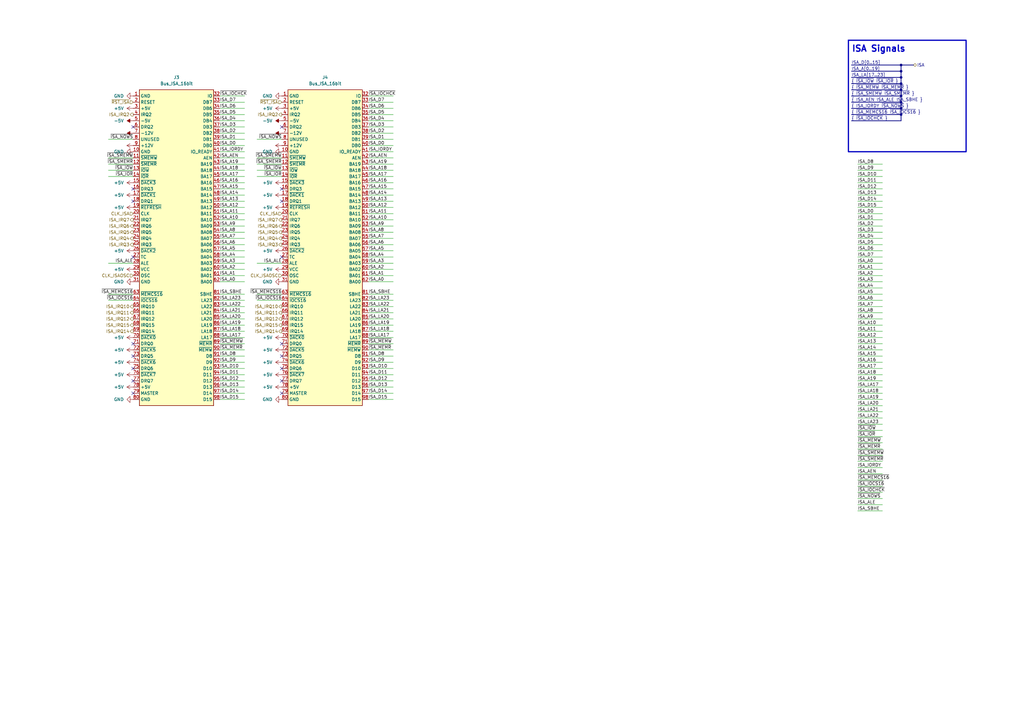
<source format=kicad_sch>
(kicad_sch (version 20230121) (generator eeschema)
  (paper "A3")
  (lib_symbols
    (symbol "Connector:Bus_ISA_16bit"
      (property "Reference" "J" (at 0 67.945 0))
      (property "Value" "Bus_ISA_16bit" (at 0 -65.405 0))
      (symbol "Bus_ISA_16bit_0_1"
        (rectangle (start -15.24 -63.5) (end 15.24 66.04) (stroke (width 0.254)) (fill (type background)))
      )
      (symbol "Bus_ISA_16bit_1_1"
        (pin power_in line (at -17.78 63.5 0) (length 2.54) (name "GND") (number "1"))
        (pin power_in line (at -17.78 40.64 0) (length 2.54) (name "GND") (number "10"))
        (pin output line (at -17.78 38.1 0) (length 2.54) (name "~{SMEMW}") (number "11"))
        (pin output line (at -17.78 35.56 0) (length 2.54) (name "~{SMEMR}") (number "12"))
        (pin output line (at -17.78 33.02 0) (length 2.54) (name "~{IOW}") (number "13"))
        (pin output line (at -17.78 30.48 0) (length 2.54) (name "~{IOR}") (number "14"))
        (pin passive line (at -17.78 27.94 0) (length 2.54) (name "~{DACK3}") (number "15"))
        (pin passive line (at -17.78 25.4 0) (length 2.54) (name "DRQ3") (number "16"))
        (pin passive line (at -17.78 22.86 0) (length 2.54) (name "~{DACK1}") (number "17"))
        (pin passive line (at -17.78 20.32 0) (length 2.54) (name "DRQ1") (number "18"))
        (pin passive line (at -17.78 17.78 0) (length 2.54) (name "~{REFRESH}") (number "19"))
        (pin output line (at -17.78 60.96 0) (length 2.54) (name "RESET") (number "2"))
        (pin output line (at -17.78 15.24 0) (length 2.54) (name "CLK") (number "20"))
        (pin passive line (at -17.78 12.7 0) (length 2.54) (name "IRQ7") (number "21"))
        (pin passive line (at -17.78 10.16 0) (length 2.54) (name "IRQ6") (number "22"))
        (pin passive line (at -17.78 7.62 0) (length 2.54) (name "IRQ5") (number "23"))
        (pin passive line (at -17.78 5.08 0) (length 2.54) (name "IRQ4") (number "24"))
        (pin passive line (at -17.78 2.54 0) (length 2.54) (name "IRQ3") (number "25"))
        (pin passive line (at -17.78 0 0) (length 2.54) (name "~{DACK2}") (number "26"))
        (pin passive line (at -17.78 -2.54 0) (length 2.54) (name "TC") (number "27"))
        (pin output line (at -17.78 -5.08 0) (length 2.54) (name "ALE") (number "28"))
        (pin power_in line (at -17.78 -7.62 0) (length 2.54) (name "VCC") (number "29"))
        (pin power_in line (at -17.78 58.42 0) (length 2.54) (name "+5V") (number "3"))
        (pin output line (at -17.78 -10.16 0) (length 2.54) (name "OSC") (number "30"))
        (pin power_in line (at -17.78 -12.7 0) (length 2.54) (name "GND") (number "31"))
        (pin passive line (at 17.78 63.5 180) (length 2.54) (name "IO") (number "32"))
        (pin tri_state line (at 17.78 60.96 180) (length 2.54) (name "DB7") (number "33"))
        (pin tri_state line (at 17.78 58.42 180) (length 2.54) (name "DB6") (number "34"))
        (pin tri_state line (at 17.78 55.88 180) (length 2.54) (name "DB5") (number "35"))
        (pin tri_state line (at 17.78 53.34 180) (length 2.54) (name "DB4") (number "36"))
        (pin tri_state line (at 17.78 50.8 180) (length 2.54) (name "DB3") (number "37"))
        (pin tri_state line (at 17.78 48.26 180) (length 2.54) (name "DB2") (number "38"))
        (pin tri_state line (at 17.78 45.72 180) (length 2.54) (name "DB1") (number "39"))
        (pin passive line (at -17.78 55.88 0) (length 2.54) (name "IRQ2") (number "4"))
        (pin tri_state line (at 17.78 43.18 180) (length 2.54) (name "DB0") (number "40"))
        (pin passive line (at 17.78 40.64 180) (length 2.54) (name "IO_READY") (number "41"))
        (pin output line (at 17.78 38.1 180) (length 2.54) (name "AEN") (number "42"))
        (pin tri_state line (at 17.78 35.56 180) (length 2.54) (name "BA19") (number "43"))
        (pin tri_state line (at 17.78 33.02 180) (length 2.54) (name "BA18") (number "44"))
        (pin tri_state line (at 17.78 30.48 180) (length 2.54) (name "BA17") (number "45"))
        (pin tri_state line (at 17.78 27.94 180) (length 2.54) (name "BA16") (number "46"))
        (pin tri_state line (at 17.78 25.4 180) (length 2.54) (name "BA15") (number "47"))
        (pin tri_state line (at 17.78 22.86 180) (length 2.54) (name "BA14") (number "48"))
        (pin tri_state line (at 17.78 20.32 180) (length 2.54) (name "BA13") (number "49"))
        (pin power_in line (at -17.78 53.34 0) (length 2.54) (name "-5V") (number "5"))
        (pin tri_state line (at 17.78 17.78 180) (length 2.54) (name "BA12") (number "50"))
        (pin tri_state line (at 17.78 15.24 180) (length 2.54) (name "BA11") (number "51"))
        (pin tri_state line (at 17.78 12.7 180) (length 2.54) (name "BA10") (number "52"))
        (pin tri_state line (at 17.78 10.16 180) (length 2.54) (name "BA09") (number "53"))
        (pin tri_state line (at 17.78 7.62 180) (length 2.54) (name "BA08") (number "54"))
        (pin tri_state line (at 17.78 5.08 180) (length 2.54) (name "BA07") (number "55"))
        (pin tri_state line (at 17.78 2.54 180) (length 2.54) (name "BA06") (number "56"))
        (pin tri_state line (at 17.78 0 180) (length 2.54) (name "BA05") (number "57"))
        (pin tri_state line (at 17.78 -2.54 180) (length 2.54) (name "BA04") (number "58"))
        (pin tri_state line (at 17.78 -5.08 180) (length 2.54) (name "BA03") (number "59"))
        (pin passive line (at -17.78 50.8 0) (length 2.54) (name "DRQ2") (number "6"))
        (pin tri_state line (at 17.78 -7.62 180) (length 2.54) (name "BA02") (number "60"))
        (pin tri_state line (at 17.78 -10.16 180) (length 2.54) (name "BA01") (number "61"))
        (pin tri_state line (at 17.78 -12.7 180) (length 2.54) (name "BA00") (number "62"))
        (pin passive line (at -17.78 -17.78 0) (length 2.54) (name "~{MEMCS16}") (number "63"))
        (pin passive line (at -17.78 -20.32 0) (length 2.54) (name "~{IOCS16}") (number "64"))
        (pin passive line (at -17.78 -22.86 0) (length 2.54) (name "IRQ10") (number "65"))
        (pin passive line (at -17.78 -25.4 0) (length 2.54) (name "IRQ11") (number "66"))
        (pin passive line (at -17.78 -27.94 0) (length 2.54) (name "IRQ12") (number "67"))
        (pin passive line (at -17.78 -30.48 0) (length 2.54) (name "IRQ15") (number "68"))
        (pin passive line (at -17.78 -33.02 0) (length 2.54) (name "IRQ14") (number "69"))
        (pin power_in line (at -17.78 48.26 0) (length 2.54) (name "-12V") (number "7"))
        (pin output line (at -17.78 -35.56 0) (length 2.54) (name "~{DACK0}") (number "70"))
        (pin passive line (at -17.78 -38.1 0) (length 2.54) (name "DRQ0") (number "71"))
        (pin output line (at -17.78 -40.64 0) (length 2.54) (name "~{DACK5}") (number "72"))
        (pin passive line (at -17.78 -43.18 0) (length 2.54) (name "DRQ5") (number "73"))
        (pin output line (at -17.78 -45.72 0) (length 2.54) (name "~{DACK6}") (number "74"))
        (pin passive line (at -17.78 -48.26 0) (length 2.54) (name "DRQ6") (number "75"))
        (pin output line (at -17.78 -50.8 0) (length 2.54) (name "~{DACK7}") (number "76"))
        (pin passive line (at -17.78 -53.34 0) (length 2.54) (name "DRQ7") (number "77"))
        (pin power_in line (at -17.78 -55.88 0) (length 2.54) (name "+5V") (number "78"))
        (pin passive line (at -17.78 -58.42 0) (length 2.54) (name "MASTER") (number "79"))
        (pin passive line (at -17.78 45.72 0) (length 2.54) (name "UNUSED") (number "8"))
        (pin power_in line (at -17.78 -60.96 0) (length 2.54) (name "GND") (number "80"))
        (pin passive line (at 17.78 -17.78 180) (length 2.54) (name "SBHE") (number "81"))
        (pin passive line (at 17.78 -20.32 180) (length 2.54) (name "LA23") (number "82"))
        (pin passive line (at 17.78 -22.86 180) (length 2.54) (name "LA22") (number "83"))
        (pin passive line (at 17.78 -25.4 180) (length 2.54) (name "LA21") (number "84"))
        (pin passive line (at 17.78 -27.94 180) (length 2.54) (name "LA20") (number "85"))
        (pin passive line (at 17.78 -30.48 180) (length 2.54) (name "LA19") (number "86"))
        (pin passive line (at 17.78 -33.02 180) (length 2.54) (name "LA18") (number "87"))
        (pin passive line (at 17.78 -35.56 180) (length 2.54) (name "LA17") (number "88"))
        (pin output line (at 17.78 -38.1 180) (length 2.54) (name "~{MEMR}") (number "89"))
        (pin power_in line (at -17.78 43.18 0) (length 2.54) (name "+12V") (number "9"))
        (pin output line (at 17.78 -40.64 180) (length 2.54) (name "~{MEMW}") (number "90"))
        (pin tri_state line (at 17.78 -43.18 180) (length 2.54) (name "D8") (number "91"))
        (pin tri_state line (at 17.78 -45.72 180) (length 2.54) (name "D9") (number "92"))
        (pin tri_state line (at 17.78 -48.26 180) (length 2.54) (name "D10") (number "93"))
        (pin tri_state line (at 17.78 -50.8 180) (length 2.54) (name "D11") (number "94"))
        (pin tri_state line (at 17.78 -53.34 180) (length 2.54) (name "D12") (number "95"))
        (pin tri_state line (at 17.78 -55.88 180) (length 2.54) (name "D13") (number "96"))
        (pin tri_state line (at 17.78 -58.42 180) (length 2.54) (name "D14") (number "97"))
        (pin tri_state line (at 17.78 -60.96 180) (length 2.54) (name "D15") (number "98"))
      )
    )
    (symbol "power:+12V" (power) (pin_names (offset 0))
      (property "Value" "+12V" (at 0 3.556 0))
      (symbol "+12V_0_1"
        (polyline (pts (xy -0.762 1.27) (xy 0 2.54)))
        (polyline (pts (xy 0 0) (xy 0 2.54)))
        (polyline (pts (xy 0 2.54) (xy 0.762 1.27)))
      )
      (symbol "+12V_1_1"
        (pin power_in line (at 0 0 90) (length 0) hide (name "+12V") (number "1"))
      )
    )
    (symbol "power:+5V" (power) (pin_names (offset 0))
      (property "Value" "+5V" (at 0 3.556 0))
      (symbol "+5V_0_1"
        (polyline (pts (xy -0.762 1.27) (xy 0 2.54)))
        (polyline (pts (xy 0 0) (xy 0 2.54)))
        (polyline (pts (xy 0 2.54) (xy 0.762 1.27)))
      )
      (symbol "+5V_1_1"
        (pin power_in line (at 0 0 90) (length 0) hide (name "+5V") (number "1"))
      )
    )
    (symbol "power:-12V" (power) (pin_names (offset 0))
      (property "Value" "-12V" (at 0 3.81 0))
      (symbol "-12V_0_0"
        (pin power_in line (at 0 0 90) (length 0) hide (name "-12V") (number "1"))
      )
      (symbol "-12V_0_1"
        (polyline (pts (xy 0 0) (xy 0 1.27) (xy 0.762 1.27) (xy 0 2.54) (xy -0.762 1.27) (xy 0 1.27)) (fill (type outline)))
      )
    )
    (symbol "power:-5V" (power) (pin_names (offset 0))
      (property "Value" "-5V" (at 0 3.81 0))
      (symbol "-5V_0_0"
        (pin power_in line (at 0 0 90) (length 0) hide (name "-5V") (number "1"))
      )
      (symbol "-5V_0_1"
        (polyline (pts (xy 0 0) (xy 0 1.27) (xy 0.762 1.27) (xy 0 2.54) (xy -0.762 1.27) (xy 0 1.27)) (fill (type outline)))
      )
    )
    (symbol "power:GND" (power) (pin_names (offset 0))
      (property "Value" "GND" (at 0 -3.81 0))
      (symbol "GND_0_1"
        (polyline (pts (xy 0 0) (xy 0 -1.27) (xy 1.27 -1.27) (xy 0 -2.54) (xy -1.27 -1.27) (xy 0 -1.27)))
      )
      (symbol "GND_1_1"
        (pin power_in line (at 0 0 270) (length 0) hide (name "GND") (number "1"))
      )
    )
  )
  (junction (at 369.57 41.91))
  (junction (at 369.57 31.75))
  (junction (at 369.57 44.45))
  (junction (at 369.57 29.21))
  (junction (at 369.57 36.83))
  (junction (at 369.57 46.99))
  (junction (at 369.57 34.29))
  (junction (at 369.57 39.37))
  (junction (at 369.57 26.67))
  (no_connect (at 54.61 146.05))
  (no_connect (at 115.57 151.13))
  (no_connect (at 115.57 161.29))
  (no_connect (at 115.57 105.41))
  (no_connect (at 115.57 156.21))
  (no_connect (at 54.61 52.07))
  (no_connect (at 54.61 161.29))
  (no_connect (at 54.61 140.97))
  (no_connect (at 115.57 77.47))
  (no_connect (at 115.57 140.97))
  (no_connect (at 54.61 82.55))
  (no_connect (at 54.61 105.41))
  (no_connect (at 115.57 82.55))
  (no_connect (at 54.61 151.13))
  (no_connect (at 115.57 52.07))
  (no_connect (at 54.61 77.47))
  (no_connect (at 115.57 146.05))
  (no_connect (at 54.61 156.21))
  (wire (pts (xy 100.33 59.69) (xy 90.17 59.69)))
  (bus (pts (xy 369.57 26.67) (xy 374.65 26.67)))
  (wire (pts (xy 361.95 156.21) (xy 351.79 156.21)))
  (wire (pts (xy 161.29 74.93) (xy 151.13 74.93)))
  (wire (pts (xy 361.95 120.65) (xy 351.79 120.65)))
  (wire (pts (xy 361.95 135.89) (xy 351.79 135.89)))
  (wire (pts (xy 161.29 151.13) (xy 151.13 151.13)))
  (wire (pts (xy 361.95 201.93) (xy 351.79 201.93)))
  (wire (pts (xy 361.95 143.51) (xy 351.79 143.51)))
  (wire (pts (xy 105.41 67.31) (xy 115.57 67.31)))
  (wire (pts (xy 361.95 148.59) (xy 351.79 148.59)))
  (bus (pts (xy 349.25 39.37) (xy 369.57 39.37)))
  (wire (pts (xy 100.33 113.03) (xy 90.17 113.03)))
  (wire (pts (xy 44.45 67.31) (xy 54.61 67.31)))
  (wire (pts (xy 361.95 100.33) (xy 351.79 100.33)))
  (wire (pts (xy 100.33 46.99) (xy 90.17 46.99)))
  (wire (pts (xy 100.33 67.31) (xy 90.17 67.31)))
  (wire (pts (xy 44.45 57.15) (xy 54.61 57.15)))
  (wire (pts (xy 361.95 153.67) (xy 351.79 153.67)))
  (wire (pts (xy 161.29 80.01) (xy 151.13 80.01)))
  (bus (pts (xy 369.57 39.37) (xy 369.57 36.83)))
  (wire (pts (xy 105.41 123.19) (xy 115.57 123.19)))
  (wire (pts (xy 161.29 62.23) (xy 151.13 62.23)))
  (wire (pts (xy 161.29 140.97) (xy 151.13 140.97)))
  (wire (pts (xy 361.95 123.19) (xy 351.79 123.19)))
  (wire (pts (xy 161.29 67.31) (xy 151.13 67.31)))
  (wire (pts (xy 361.95 168.91) (xy 351.79 168.91)))
  (wire (pts (xy 100.33 143.51) (xy 90.17 143.51)))
  (wire (pts (xy 361.95 184.15) (xy 351.79 184.15)))
  (wire (pts (xy 161.29 161.29) (xy 151.13 161.29)))
  (wire (pts (xy 105.41 107.95) (xy 115.57 107.95)))
  (wire (pts (xy 361.95 67.31) (xy 351.79 67.31)))
  (wire (pts (xy 100.33 54.61) (xy 90.17 54.61)))
  (wire (pts (xy 100.33 125.73) (xy 90.17 125.73)))
  (wire (pts (xy 361.95 181.61) (xy 351.79 181.61)))
  (wire (pts (xy 161.29 135.89) (xy 151.13 135.89)))
  (wire (pts (xy 161.29 146.05) (xy 151.13 146.05)))
  (wire (pts (xy 161.29 105.41) (xy 151.13 105.41)))
  (wire (pts (xy 161.29 143.51) (xy 151.13 143.51)))
  (wire (pts (xy 100.33 92.71) (xy 90.17 92.71)))
  (wire (pts (xy 44.45 64.77) (xy 54.61 64.77)))
  (wire (pts (xy 361.95 204.47) (xy 351.79 204.47)))
  (wire (pts (xy 100.33 161.29) (xy 90.17 161.29)))
  (wire (pts (xy 161.29 95.25) (xy 151.13 95.25)))
  (bus (pts (xy 349.25 46.99) (xy 369.57 46.99)))
  (wire (pts (xy 361.95 107.95) (xy 351.79 107.95)))
  (wire (pts (xy 100.33 133.35) (xy 90.17 133.35)))
  (wire (pts (xy 161.29 153.67) (xy 151.13 153.67)))
  (wire (pts (xy 361.95 186.69) (xy 351.79 186.69)))
  (wire (pts (xy 100.33 74.93) (xy 90.17 74.93)))
  (wire (pts (xy 161.29 72.39) (xy 151.13 72.39)))
  (wire (pts (xy 161.29 163.83) (xy 151.13 163.83)))
  (wire (pts (xy 100.33 69.85) (xy 90.17 69.85)))
  (wire (pts (xy 161.29 130.81) (xy 151.13 130.81)))
  (wire (pts (xy 44.45 69.85) (xy 54.61 69.85)))
  (wire (pts (xy 100.33 146.05) (xy 90.17 146.05)))
  (wire (pts (xy 100.33 115.57) (xy 90.17 115.57)))
  (wire (pts (xy 100.33 57.15) (xy 90.17 57.15)))
  (wire (pts (xy 361.95 163.83) (xy 351.79 163.83)))
  (wire (pts (xy 361.95 69.85) (xy 351.79 69.85)))
  (bus (pts (xy 369.57 46.99) (xy 369.57 44.45)))
  (wire (pts (xy 161.29 57.15) (xy 151.13 57.15)))
  (wire (pts (xy 161.29 77.47) (xy 151.13 77.47)))
  (wire (pts (xy 361.95 158.75) (xy 351.79 158.75)))
  (wire (pts (xy 100.33 39.37) (xy 90.17 39.37)))
  (wire (pts (xy 105.41 72.39) (xy 115.57 72.39)))
  (wire (pts (xy 361.95 113.03) (xy 351.79 113.03)))
  (wire (pts (xy 361.95 189.23) (xy 351.79 189.23)))
  (wire (pts (xy 361.95 72.39) (xy 351.79 72.39)))
  (wire (pts (xy 105.41 69.85) (xy 115.57 69.85)))
  (wire (pts (xy 361.95 105.41) (xy 351.79 105.41)))
  (wire (pts (xy 105.41 120.65) (xy 115.57 120.65)))
  (wire (pts (xy 100.33 90.17) (xy 90.17 90.17)))
  (wire (pts (xy 100.33 105.41) (xy 90.17 105.41)))
  (wire (pts (xy 161.29 49.53) (xy 151.13 49.53)))
  (wire (pts (xy 161.29 54.61) (xy 151.13 54.61)))
  (wire (pts (xy 100.33 110.49) (xy 90.17 110.49)))
  (wire (pts (xy 361.95 176.53) (xy 351.79 176.53)))
  (wire (pts (xy 100.33 158.75) (xy 90.17 158.75)))
  (wire (pts (xy 100.33 128.27) (xy 90.17 128.27)))
  (wire (pts (xy 161.29 82.55) (xy 151.13 82.55)))
  (wire (pts (xy 161.29 158.75) (xy 151.13 158.75)))
  (wire (pts (xy 161.29 148.59) (xy 151.13 148.59)))
  (wire (pts (xy 100.33 123.19) (xy 90.17 123.19)))
  (bus (pts (xy 349.25 31.75) (xy 369.57 31.75)))
  (wire (pts (xy 105.41 64.77) (xy 115.57 64.77)))
  (wire (pts (xy 161.29 69.85) (xy 151.13 69.85)))
  (wire (pts (xy 361.95 161.29) (xy 351.79 161.29)))
  (wire (pts (xy 100.33 130.81) (xy 90.17 130.81)))
  (wire (pts (xy 361.95 130.81) (xy 351.79 130.81)))
  (wire (pts (xy 361.95 82.55) (xy 351.79 82.55)))
  (wire (pts (xy 361.95 90.17) (xy 351.79 90.17)))
  (bus (pts (xy 349.25 49.53) (xy 369.57 49.53)))
  (bus (pts (xy 369.57 34.29) (xy 369.57 31.75)))
  (bus (pts (xy 369.57 41.91) (xy 369.57 39.37)))
  (bus (pts (xy 349.25 29.21) (xy 369.57 29.21)))
  (wire (pts (xy 100.33 120.65) (xy 90.17 120.65)))
  (wire (pts (xy 361.95 97.79) (xy 351.79 97.79)))
  (wire (pts (xy 100.33 44.45) (xy 90.17 44.45)))
  (wire (pts (xy 161.29 39.37) (xy 151.13 39.37)))
  (wire (pts (xy 361.95 173.99) (xy 351.79 173.99)))
  (wire (pts (xy 361.95 95.25) (xy 351.79 95.25)))
  (bus (pts (xy 369.57 49.53) (xy 369.57 46.99)))
  (wire (pts (xy 361.95 133.35) (xy 351.79 133.35)))
  (wire (pts (xy 161.29 44.45) (xy 151.13 44.45)))
  (wire (pts (xy 361.95 74.93) (xy 351.79 74.93)))
  (bus (pts (xy 349.25 41.91) (xy 369.57 41.91)))
  (bus (pts (xy 369.57 29.21) (xy 369.57 26.67)))
  (wire (pts (xy 161.29 87.63) (xy 151.13 87.63)))
  (wire (pts (xy 100.33 95.25) (xy 90.17 95.25)))
  (wire (pts (xy 361.95 128.27) (xy 351.79 128.27)))
  (wire (pts (xy 361.95 199.39) (xy 351.79 199.39)))
  (wire (pts (xy 361.95 209.55) (xy 351.79 209.55)))
  (wire (pts (xy 161.29 100.33) (xy 151.13 100.33)))
  (wire (pts (xy 161.29 52.07) (xy 151.13 52.07)))
  (wire (pts (xy 100.33 72.39) (xy 90.17 72.39)))
  (wire (pts (xy 361.95 146.05) (xy 351.79 146.05)))
  (wire (pts (xy 361.95 138.43) (xy 351.79 138.43)))
  (wire (pts (xy 161.29 102.87) (xy 151.13 102.87)))
  (wire (pts (xy 361.95 194.31) (xy 351.79 194.31)))
  (wire (pts (xy 100.33 87.63) (xy 90.17 87.63)))
  (wire (pts (xy 161.29 138.43) (xy 151.13 138.43)))
  (wire (pts (xy 100.33 107.95) (xy 90.17 107.95)))
  (wire (pts (xy 161.29 107.95) (xy 151.13 107.95)))
  (wire (pts (xy 161.29 97.79) (xy 151.13 97.79)))
  (wire (pts (xy 100.33 135.89) (xy 90.17 135.89)))
  (wire (pts (xy 161.29 92.71) (xy 151.13 92.71)))
  (bus (pts (xy 369.57 36.83) (xy 369.57 34.29)))
  (wire (pts (xy 161.29 115.57) (xy 151.13 115.57)))
  (wire (pts (xy 361.95 207.01) (xy 351.79 207.01)))
  (wire (pts (xy 361.95 179.07) (xy 351.79 179.07)))
  (wire (pts (xy 161.29 59.69) (xy 151.13 59.69)))
  (wire (pts (xy 161.29 90.17) (xy 151.13 90.17)))
  (wire (pts (xy 361.95 118.11) (xy 351.79 118.11)))
  (wire (pts (xy 100.33 153.67) (xy 90.17 153.67)))
  (wire (pts (xy 100.33 148.59) (xy 90.17 148.59)))
  (bus (pts (xy 369.57 31.75) (xy 369.57 29.21)))
  (wire (pts (xy 100.33 85.09) (xy 90.17 85.09)))
  (wire (pts (xy 361.95 92.71) (xy 351.79 92.71)))
  (wire (pts (xy 361.95 196.85) (xy 351.79 196.85)))
  (wire (pts (xy 100.33 140.97) (xy 90.17 140.97)))
  (wire (pts (xy 161.29 133.35) (xy 151.13 133.35)))
  (wire (pts (xy 44.45 107.95) (xy 54.61 107.95)))
  (wire (pts (xy 100.33 49.53) (xy 90.17 49.53)))
  (wire (pts (xy 161.29 125.73) (xy 151.13 125.73)))
  (wire (pts (xy 361.95 102.87) (xy 351.79 102.87)))
  (wire (pts (xy 361.95 115.57) (xy 351.79 115.57)))
  (wire (pts (xy 44.45 123.19) (xy 54.61 123.19)))
  (wire (pts (xy 44.45 72.39) (xy 54.61 72.39)))
  (wire (pts (xy 361.95 171.45) (xy 351.79 171.45)))
  (wire (pts (xy 100.33 64.77) (xy 90.17 64.77)))
  (bus (pts (xy 349.25 26.67) (xy 369.57 26.67)))
  (wire (pts (xy 161.29 120.65) (xy 151.13 120.65)))
  (wire (pts (xy 100.33 97.79) (xy 90.17 97.79)))
  (wire (pts (xy 361.95 166.37) (xy 351.79 166.37)))
  (bus (pts (xy 349.25 36.83) (xy 369.57 36.83)))
  (wire (pts (xy 100.33 80.01) (xy 90.17 80.01)))
  (wire (pts (xy 161.29 46.99) (xy 151.13 46.99)))
  (wire (pts (xy 161.29 41.91) (xy 151.13 41.91)))
  (wire (pts (xy 100.33 77.47) (xy 90.17 77.47)))
  (wire (pts (xy 100.33 62.23) (xy 90.17 62.23)))
  (wire (pts (xy 161.29 128.27) (xy 151.13 128.27)))
  (wire (pts (xy 100.33 151.13) (xy 90.17 151.13)))
  (wire (pts (xy 161.29 110.49) (xy 151.13 110.49)))
  (wire (pts (xy 361.95 77.47) (xy 351.79 77.47)))
  (wire (pts (xy 161.29 123.19) (xy 151.13 123.19)))
  (wire (pts (xy 161.29 113.03) (xy 151.13 113.03)))
  (bus (pts (xy 349.25 44.45) (xy 369.57 44.45)))
  (wire (pts (xy 100.33 102.87) (xy 90.17 102.87)))
  (wire (pts (xy 161.29 64.77) (xy 151.13 64.77)))
  (wire (pts (xy 361.95 85.09) (xy 351.79 85.09)))
  (wire (pts (xy 100.33 41.91) (xy 90.17 41.91)))
  (wire (pts (xy 105.41 57.15) (xy 115.57 57.15)))
  (bus (pts (xy 349.25 34.29) (xy 369.57 34.29)))
  (wire (pts (xy 44.45 120.65) (xy 54.61 120.65)))
  (wire (pts (xy 100.33 156.21) (xy 90.17 156.21)))
  (wire (pts (xy 161.29 85.09) (xy 151.13 85.09)))
  (wire (pts (xy 361.95 110.49) (xy 351.79 110.49)))
  (wire (pts (xy 361.95 125.73) (xy 351.79 125.73)))
  (wire (pts (xy 161.29 156.21) (xy 151.13 156.21)))
  (wire (pts (xy 361.95 80.01) (xy 351.79 80.01)))
  (wire (pts (xy 100.33 82.55) (xy 90.17 82.55)))
  (bus (pts (xy 369.57 44.45) (xy 369.57 41.91)))
  (wire (pts (xy 100.33 100.33) (xy 90.17 100.33)))
  (wire (pts (xy 100.33 163.83) (xy 90.17 163.83)))
  (wire (pts (xy 361.95 191.77) (xy 351.79 191.77)))
  (wire (pts (xy 100.33 138.43) (xy 90.17 138.43)))
  (wire (pts (xy 361.95 140.97) (xy 351.79 140.97)))
  (wire (pts (xy 361.95 87.63) (xy 351.79 87.63)))
  (wire (pts (xy 100.33 52.07) (xy 90.17 52.07)))
  (wire (pts (xy 361.95 151.13) (xy 351.79 151.13)))
  (rectangle (start 347.98 16.51) (end 396.24 62.23) (stroke (width 0.508)))
  (text "ISA Signals" (at 349.25 21.59 0) (effects (font (size 2.54 2.54) (thickness 0.508) bold) (justify left bottom)))
  (label "ISA_LA17" (at 151.13 138.43 0))
  (label "{ ~{ISA_IOW} ~{ISA_IOR} }" (at 349.25 34.29 0))
  (label "ISA_LA23" (at 90.17 123.19 0))
  (label "ISA_ALE" (at 115.57 107.95 180))
  (label "ISA_D6" (at 90.17 44.45 0))
  (label "ISA_D15" (at 351.79 85.09 0))
  (label "ISA_D5" (at 351.79 100.33 0))
  (label "~{ISA_IOR}" (at 115.57 72.39 180))
  (label "ISA_A1" (at 351.79 110.49 0))
  (label "~{ISA_NOWS}" (at 351.79 204.47 0))
  (label "ISA_A7" (at 90.17 97.79 0))
  (label "~{ISA_NOWS}" (at 115.57 57.15 180))
  (label "ISA_LA20" (at 151.13 130.81 0))
  (label "ISA_D12" (at 351.79 77.47 0))
  (label "ISA_A17" (at 351.79 151.13 0))
  (label "ISA_D12" (at 151.13 156.21 0))
  (label "ISA_A15" (at 151.13 77.47 0))
  (label "ISA_D1" (at 90.17 57.15 0))
  (label "ISA_D8" (at 90.17 146.05 0))
  (label "ISA_A19" (at 151.13 67.31 0))
  (label "ISA_D8" (at 351.79 67.31 0))
  (label "ISA_A9" (at 351.79 130.81 0))
  (label "ISA_D9" (at 151.13 148.59 0))
  (label "ISA_A12" (at 351.79 138.43 0))
  (label "ISA_A3" (at 90.17 107.95 0))
  (label "ISA_A10" (at 351.79 133.35 0))
  (label "ISA_D13" (at 151.13 158.75 0))
  (label "ISA_A0" (at 351.79 107.95 0))
  (label "ISA_LA20" (at 351.79 166.37 0))
  (label "ISA_D14" (at 90.17 161.29 0))
  (label "ISA_A12" (at 151.13 85.09 0))
  (label "ISA_LA23" (at 151.13 123.19 0))
  (label "ISA_D4" (at 151.13 49.53 0))
  (label "ISA_D13" (at 351.79 80.01 0))
  (label "ISA_LA18" (at 90.17 135.89 0))
  (label "ISA_A7" (at 351.79 125.73 0))
  (label "~{ISA_IOR}" (at 351.79 179.07 0))
  (label "ISA_D0" (at 151.13 59.69 0))
  (label "ISA_LA22" (at 351.79 171.45 0))
  (label "~{ISA_MEMR}" (at 151.13 143.51 0))
  (label "ISA_AEN" (at 151.13 64.77 0))
  (label "ISA_A4" (at 90.17 105.41 0))
  (label "ISA_A3" (at 351.79 115.57 0))
  (label "ISA_A3" (at 151.13 107.95 0))
  (label "ISA_LA19" (at 151.13 133.35 0))
  (label "ISA_D10" (at 351.79 72.39 0))
  (label "ISA_A2" (at 351.79 113.03 0))
  (label "ISA_A17" (at 90.17 72.39 0))
  (label "ISA_D9" (at 351.79 69.85 0))
  (label "ISA_D10" (at 90.17 151.13 0))
  (label "~{ISA_SMEMW}" (at 115.57 64.77 180))
  (label "~{ISA_IOCS16}" (at 115.57 123.19 180))
  (label "ISA_LA22" (at 151.13 125.73 0))
  (label "ISA_D3" (at 151.13 52.07 0))
  (label "ISA_A18" (at 151.13 69.85 0))
  (label "ISA_D5" (at 151.13 46.99 0))
  (label "ISA_D2" (at 351.79 92.71 0))
  (label "ISA_D3" (at 351.79 95.25 0))
  (label "~{ISA_MEMCS16}" (at 115.57 120.65 180))
  (label "{ ISA_AEN ISA_ALE ISA_SBHE }" (at 349.25 41.91 0))
  (label "ISA_D2" (at 90.17 54.61 0))
  (label "~{ISA_IOCS16}" (at 351.79 199.39 0))
  (label "~{ISA_IOCHCK}" (at 351.79 201.93 0))
  (label "ISA_A14" (at 351.79 143.51 0))
  (label "ISA_D11" (at 351.79 74.93 0))
  (label "~{ISA_IOR}" (at 54.61 72.39 180))
  (label "ISA_LA17" (at 90.17 138.43 0))
  (label "ISA_D[0..15]" (at 349.25 26.67 0))
  (label "ISA_A19" (at 90.17 67.31 0))
  (label "ISA_A15" (at 90.17 77.47 0))
  (label "ISA_D8" (at 151.13 146.05 0))
  (label "~{ISA_NOWS}" (at 54.61 57.15 180))
  (label "ISA_LA19" (at 90.17 133.35 0))
  (label "~{ISA_MEMR}" (at 351.79 184.15 0))
  (label "ISA_A5" (at 351.79 120.65 0))
  (label "ISA_LA18" (at 351.79 161.29 0))
  (label "ISA_A7" (at 151.13 97.79 0))
  (label "ISA_A13" (at 90.17 82.55 0))
  (label "~{ISA_IOW}" (at 54.61 69.85 180))
  (label "ISA_ALE" (at 351.79 207.01 0))
  (label "ISA_D14" (at 151.13 161.29 0))
  (label "{ ISA_IORDY ~{ISA_NOWS} }" (at 349.25 44.45 0))
  (label "ISA_A11" (at 90.17 87.63 0))
  (label "ISA_LA21" (at 351.79 168.91 0))
  (label "ISA_SBHE" (at 151.13 120.65 0))
  (label "{ ~{ISA_MEMW} ~{ISA_MEMR} }" (at 349.25 36.83 0))
  (label "ISA_A6" (at 90.17 100.33 0))
  (label "ISA_D7" (at 151.13 41.91 0))
  (label "ISA_D1" (at 351.79 90.17 0))
  (label "ISA_D4" (at 90.17 49.53 0))
  (label "ISA_D5" (at 90.17 46.99 0))
  (label "ISA_A6" (at 151.13 100.33 0))
  (label "ISA_A4" (at 351.79 118.11 0))
  (label "ISA_D15" (at 151.13 163.83 0))
  (label "ISA_A9" (at 151.13 92.71 0))
  (label "~{ISA_MEMCS16}" (at 54.61 120.65 180))
  (label "~{ISA_MEMW}" (at 351.79 181.61 0))
  (label "ISA_A2" (at 90.17 110.49 0))
  (label "ISA_AEN" (at 90.17 64.77 0))
  (label "ISA_A17" (at 151.13 72.39 0))
  (label "ISA_A16" (at 351.79 148.59 0))
  (label "ISA_A8" (at 90.17 95.25 0))
  (label "ISA_A10" (at 151.13 90.17 0))
  (label "~{ISA_MEMW}" (at 90.17 140.97 0))
  (label "ISA_A16" (at 151.13 74.93 0))
  (label "ISA_A5" (at 151.13 102.87 0))
  (label "ISA_D6" (at 151.13 44.45 0))
  (label "ISA_D13" (at 90.17 158.75 0))
  (label "ISA_A6" (at 351.79 123.19 0))
  (label "~{ISA_IOCHCK}" (at 151.13 39.37 0))
  (label "ISA_A0" (at 151.13 115.57 0))
  (label "ISA_D3" (at 90.17 52.07 0))
  (label "ISA_LA20" (at 90.17 130.81 0))
  (label "ISA_A19" (at 351.79 156.21 0))
  (label "ISA_IORDY" (at 90.17 62.23 0))
  (label "ISA_D7" (at 351.79 105.41 0))
  (label "~{ISA_IOW}" (at 351.79 176.53 0))
  (label "ISA_LA18" (at 151.13 135.89 0))
  (label "~{ISA_MEMCS16}" (at 351.79 196.85 0))
  (label "ISA_D11" (at 151.13 153.67 0))
  (label "~{ISA_SMEMW}" (at 54.61 64.77 180))
  (label "ISA_D6" (at 351.79 102.87 0))
  (label "ISA_A18" (at 351.79 153.67 0))
  (label "{ ~{ISA_IOCHCK} }" (at 349.25 49.53 0))
  (label "ISA_A16" (at 90.17 74.93 0))
  (label "~{ISA_IOW}" (at 115.57 69.85 180))
  (label "ISA_D0" (at 351.79 87.63 0))
  (label "ISA_D1" (at 151.13 57.15 0))
  (label "ISA_A14" (at 90.17 80.01 0))
  (label "ISA_A1" (at 90.17 113.03 0))
  (label "~{ISA_SMEMR}" (at 54.61 67.31 180))
  (label "ISA_A0" (at 90.17 115.57 0))
  (label "ISA_D2" (at 151.13 54.61 0))
  (label "~{ISA_SMEMW}" (at 351.79 186.69 0))
  (label "ISA_D12" (at 90.17 156.21 0))
  (label "~{ISA_IOCHCK}" (at 90.17 39.37 0))
  (label "ISA_D9" (at 90.17 148.59 0))
  (label "ISA_A8" (at 351.79 128.27 0))
  (label "ISA_A5" (at 90.17 102.87 0))
  (label "~{ISA_MEMR}" (at 90.17 143.51 0))
  (label "~{ISA_SMEMR}" (at 115.57 67.31 180))
  (label "~{ISA_MEMW}" (at 151.13 140.97 0))
  (label "ISA_A14" (at 151.13 80.01 0))
  (label "ISA_D4" (at 351.79 97.79 0))
  (label "ISA_A2" (at 151.13 110.49 0))
  (label "ISA_LA17" (at 351.79 158.75 0))
  (label "ISA_SBHE" (at 90.17 120.65 0))
  (label "ISA_D0" (at 90.17 59.69 0))
  (label "ISA_A13" (at 151.13 82.55 0))
  (label "ISA_ALE" (at 54.61 107.95 180))
  (label "ISA_IORDY" (at 151.13 62.23 0))
  (label "ISA_A9" (at 90.17 92.71 0))
  (label "ISA_LA22" (at 90.17 125.73 0))
  (label "ISA_LA19" (at 351.79 163.83 0))
  (label "ISA_A11" (at 151.13 87.63 0))
  (label "ISA_LA21" (at 90.17 128.27 0))
  (label "ISA_LA23" (at 351.79 173.99 0))
  (label "ISA_A8" (at 151.13 95.25 0))
  (label "ISA_D11" (at 90.17 153.67 0))
  (label "~{ISA_SMEMR}" (at 351.79 189.23 0))
  (label "ISA_LA21" (at 151.13 128.27 0))
  (label "ISA_IORDY" (at 351.79 191.77 0))
  (label "ISA_A[0..19]" (at 349.25 29.21 0))
  (label "ISA_A10" (at 90.17 90.17 0))
  (label "ISA_A12" (at 90.17 85.09 0))
  (label "ISA_D10" (at 151.13 151.13 0))
  (label "ISA_A15" (at 351.79 146.05 0))
  (label "ISA_A13" (at 351.79 140.97 0))
  (label "ISA_A4" (at 151.13 105.41 0))
  (label "{ ~{ISA_SMEMW} ~{ISA_SMEMR} }" (at 349.25 39.37 0))
  (label "ISA_A1" (at 151.13 113.03 0))
  (label "{ ~{ISA_MEMCS16} ~{ISA_IOCS16} }" (at 349.25 46.99 0))
  (label "ISA_SBHE" (at 351.79 209.55 0))
  (label "ISA_LA[17..23]" (at 349.25 31.75 0))
  (label "ISA_D14" (at 351.79 82.55 0))
  (label "ISA_AEN" (at 351.79 194.31 0))
  (label "ISA_D15" (at 90.17 163.83 0))
  (label "~{ISA_IOCS16}" (at 54.61 123.19 180))
  (label "ISA_A18" (at 90.17 69.85 0))
  (label "ISA_D7" (at 90.17 41.91 0))
  (label "ISA_A11" (at 351.79 135.89 0))
  (hierarchical_label "ISA_IRQ6" (shape output) (at 54.61 92.71 180))
  (hierarchical_label "ISA_IRQ7" (shape output) (at 115.57 90.17 180))
  (hierarchical_label "ISA_IRQ4" (shape output) (at 54.61 97.79 180))
  (hierarchical_label "~{RST_ISA}" (shape input) (at 54.61 41.91 180))
  (hierarchical_label "CLK_ISAOSC" (shape input) (at 54.61 113.03 180))
  (hierarchical_label "ISA_IRQ2" (shape output) (at 54.61 46.99 180))
  (hierarchical_label "CLK_ISAOSC" (shape input) (at 115.57 113.03 180))
  (hierarchical_label "ISA_IRQ15" (shape output) (at 54.61 133.35 180))
  (hierarchical_label "ISA_IRQ15" (shape output) (at 115.57 133.35 180))
  (hierarchical_label "ISA_IRQ5" (shape output) (at 115.57 95.25 180))
  (hierarchical_label "ISA_IRQ2" (shape output) (at 115.57 46.99 180))
  (hierarchical_label "CLK_ISA" (shape input) (at 54.61 87.63 180))
  (hierarchical_label "ISA_IRQ10" (shape output) (at 115.57 125.73 180))
  (hierarchical_label "ISA_IRQ6" (shape output) (at 115.57 92.71 180))
  (hierarchical_label "ISA_IRQ14" (shape output) (at 115.57 135.89 180))
  (hierarchical_label "ISA_IRQ10" (shape output) (at 54.61 125.73 180))
  (hierarchical_label "ISA_IRQ3" (shape output) (at 54.61 100.33 180))
  (hierarchical_label "ISA_IRQ14" (shape output) (at 54.61 135.89 180))
  (hierarchical_label "ISA" (shape bidirectional) (at 374.65 26.67 0))
  (hierarchical_label "ISA_IRQ12" (shape output) (at 115.57 130.81 180))
  (hierarchical_label "ISA_IRQ7" (shape output) (at 54.61 90.17 180))
  (hierarchical_label "ISA_IRQ11" (shape output) (at 115.57 128.27 180))
  (hierarchical_label "ISA_IRQ3" (shape output) (at 115.57 100.33 180))
  (hierarchical_label "CLK_ISA" (shape input) (at 115.57 87.63 180))
  (hierarchical_label "ISA_IRQ4" (shape output) (at 115.57 97.79 180))
  (hierarchical_label "ISA_IRQ11" (shape output) (at 54.61 128.27 180))
  (hierarchical_label "ISA_IRQ5" (shape output) (at 54.61 95.25 180))
  (hierarchical_label "ISA_IRQ12" (shape output) (at 54.61 130.81 180))
  (hierarchical_label "~{RST_ISA}" (shape input) (at 115.57 41.91 180))
  (symbol (lib_id "power:+5V") (at 115.57 80.01 90) (unit 1)
    (property "Reference" "#PWR0127" (effects hide))
    (property "Value" "+5V" (at 111.76 80.01 90) (effects (justify left)))
    (instances (project "m68k-hbc" (path "" (reference "#PWR0127") (unit 1)) (path "" (reference "#PWR062") (unit 1))))
  )
  (symbol (lib_id "power:+5V") (at 115.57 110.49 90) (unit 1)
    (property "Reference" "#PWR0127" (effects hide))
    (property "Value" "+5V" (at 111.76 110.49 90) (effects (justify left)))
    (instances (project "m68k-hbc" (path "" (reference "#PWR0127") (unit 1)) (path "" (reference "#PWR068") (unit 1))))
  )
  (symbol (lib_id "power:+5V") (at 54.61 158.75 90) (unit 1)
    (property "Reference" "#PWR0133" (effects hide))
    (property "Value" "+5V" (at 50.8 158.75 90) (effects (justify left)))
    (instances (project "m68k-hbc" (path "" (reference "#PWR0133") (unit 1)) (path "" (reference "#PWR079") (unit 1))))
  )
  (symbol (lib_id "power:+5V") (at 115.57 85.09 90) (unit 1)
    (property "Reference" "#PWR0127" (effects hide))
    (property "Value" "+5V" (at 111.76 85.09 90) (effects (justify left)))
    (instances (project "m68k-hbc" (path "" (reference "#PWR0127") (unit 1)) (path "" (reference "#PWR064") (unit 1))))
  )
  (symbol (lib_id "power:+5V") (at 54.61 138.43 90) (unit 1)
    (property "Reference" "#PWR0127" (effects hide))
    (property "Value" "+5V" (at 50.8 138.43 90) (effects (justify left)))
    (instances (project "m68k-hbc" (path "" (reference "#PWR0127") (unit 1)) (path "" (reference "#PWR071") (unit 1))))
  )
  (symbol (lib_id "power:+5V") (at 115.57 102.87 90) (unit 1)
    (property "Reference" "#PWR0127" (effects hide))
    (property "Value" "+5V" (at 111.76 102.87 90) (effects (justify left)))
    (instances (project "m68k-hbc" (path "" (reference "#PWR0127") (unit 1)) (path "" (reference "#PWR066") (unit 1))))
  )
  (symbol (lib_id "power:+5V") (at 54.61 153.67 90) (unit 1)
    (property "Reference" "#PWR0127" (effects hide))
    (property "Value" "+5V" (at 50.8 153.67 90) (effects (justify left)))
    (instances (project "m68k-hbc" (path "" (reference "#PWR0127") (unit 1)) (path "" (reference "#PWR077") (unit 1))))
  )
  (symbol (lib_id "Connector:Bus_ISA_16bit") (at 72.39 102.87 0) (unit 1)
    (property "Reference" "J3" (at 72.39 31.75 0))
    (property "Value" "Bus_ISA_16bit" (at 72.39 34.29 0))
    (property "Footprint" "Sockets:ISA_16bit" (effects hide))
    (property "Datasheet" "https://en.wikipedia.org/wiki/Industry_Standard_Architecture" (effects hide))
    (instances (project "m68k-hbc" (path "" (reference "J3") (unit 1)) (path "" (reference "J8") (unit 1))))
  )
  (symbol (lib_id "power:GND") (at 54.61 39.37 270) (unit 1)
    (property "Reference" "#PWR0129" (effects hide))
    (property "Value" "GND" (at 50.8 39.37 90) (effects (justify right)))
    (instances (project "m68k-hbc" (path "" (reference "#PWR0129") (unit 1)) (path "" (reference "#PWR047") (unit 1))))
  )
  (symbol (lib_id "power:GND") (at 115.57 62.23 270) (unit 1)
    (property "Reference" "#PWR0139" (effects hide))
    (property "Value" "GND" (at 111.76 62.23 90) (effects (justify right)))
    (instances (project "m68k-hbc" (path "" (reference "#PWR0139") (unit 1)) (path "" (reference "#PWR058") (unit 1))))
  )
  (symbol (lib_id "power:+12V") (at 115.57 59.69 90) (unit 1)
    (property "Reference" "#PWR0138" (effects hide))
    (property "Value" "+12V" (effects hide))
    (instances (project "m68k-hbc" (path "" (reference "#PWR0138") (unit 1)) (path "" (reference "#PWR056") (unit 1))))
  )
  (symbol (lib_id "power:-12V") (at 115.57 54.61 90) (unit 1)
    (property "Reference" "#PWR0137" (effects hide))
    (property "Value" "-12V" (effects hide))
    (instances (project "m68k-hbc" (path "" (reference "#PWR0137") (unit 1)) (path "" (reference "#PWR054") (unit 1))))
  )
  (symbol (lib_id "power:+5V") (at 54.61 143.51 90) (unit 1)
    (property "Reference" "#PWR0127" (effects hide))
    (property "Value" "+5V" (at 50.8 143.51 90) (effects (justify left)))
    (instances (project "m68k-hbc" (path "" (reference "#PWR0127") (unit 1)) (path "" (reference "#PWR073") (unit 1))))
  )
  (symbol (lib_id "power:+5V") (at 115.57 138.43 90) (unit 1)
    (property "Reference" "#PWR0127" (effects hide))
    (property "Value" "+5V" (at 111.76 138.43 90) (effects (justify left)))
    (instances (project "m68k-hbc" (path "" (reference "#PWR0127") (unit 1)) (path "" (reference "#PWR072") (unit 1))))
  )
  (symbol (lib_id "power:+5V") (at 54.61 85.09 90) (unit 1)
    (property "Reference" "#PWR0127" (effects hide))
    (property "Value" "+5V" (at 50.8 85.09 90) (effects (justify left)))
    (instances (project "m68k-hbc" (path "" (reference "#PWR0127") (unit 1)) (path "" (reference "#PWR063") (unit 1))))
  )
  (symbol (lib_id "Connector:Bus_ISA_16bit") (at 133.35 102.87 0) (unit 1)
    (property "Reference" "J4" (at 133.35 31.75 0))
    (property "Value" "Bus_ISA_16bit" (at 133.35 34.29 0))
    (property "Footprint" "Sockets:ISA_16bit" (effects hide))
    (property "Datasheet" "https://en.wikipedia.org/wiki/Industry_Standard_Architecture" (effects hide))
    (instances (project "m68k-hbc" (path "" (reference "J4") (unit 1)) (path "" (reference "J9") (unit 1))))
  )
  (symbol (lib_id "power:GND") (at 54.61 115.57 270) (unit 1)
    (property "Reference" "#PWR0130" (effects hide))
    (property "Value" "GND" (at 50.8 115.57 90) (effects (justify right)))
    (instances (project "m68k-hbc" (path "" (reference "#PWR0130") (unit 1)) (path "" (reference "#PWR069") (unit 1))))
  )
  (symbol (lib_id "power:+5V") (at 115.57 158.75 90) (unit 1)
    (property "Reference" "#PWR0141" (effects hide))
    (property "Value" "+5V" (at 111.76 158.75 90) (effects (justify left)))
    (instances (project "m68k-hbc" (path "" (reference "#PWR0141") (unit 1)) (path "" (reference "#PWR080") (unit 1))))
  )
  (symbol (lib_id "power:+5V") (at 54.61 74.93 90) (unit 1)
    (property "Reference" "#PWR0127" (effects hide))
    (property "Value" "+5V" (at 50.8 74.93 90) (effects (justify left)))
    (instances (project "m68k-hbc" (path "" (reference "#PWR0127") (unit 1)) (path "" (reference "#PWR059") (unit 1))))
  )
  (symbol (lib_id "power:+5V") (at 115.57 44.45 90) (unit 1)
    (property "Reference" "#PWR0135" (effects hide))
    (property "Value" "+5V" (at 111.76 44.45 90) (effects (justify left)))
    (instances (project "m68k-hbc" (path "" (reference "#PWR0135") (unit 1)) (path "" (reference "#PWR050") (unit 1))))
  )
  (symbol (lib_id "power:+5V") (at 54.61 148.59 90) (unit 1)
    (property "Reference" "#PWR0127" (effects hide))
    (property "Value" "+5V" (at 50.8 148.59 90) (effects (justify left)))
    (instances (project "m68k-hbc" (path "" (reference "#PWR0127") (unit 1)) (path "" (reference "#PWR075") (unit 1))))
  )
  (symbol (lib_id "power:+5V") (at 115.57 143.51 90) (unit 1)
    (property "Reference" "#PWR0127" (effects hide))
    (property "Value" "+5V" (at 111.76 143.51 90) (effects (justify left)))
    (instances (project "m68k-hbc" (path "" (reference "#PWR0127") (unit 1)) (path "" (reference "#PWR074") (unit 1))))
  )
  (symbol (lib_id "power:-5V") (at 54.61 49.53 90) (unit 1)
    (property "Reference" "#PWR0128" (effects hide))
    (property "Value" "-5V" (at 50.8 49.53 90) (effects (justify left)))
    (instances (project "m68k-hbc" (path "" (reference "#PWR0128") (unit 1)) (path "" (reference "#PWR051") (unit 1))))
  )
  (symbol (lib_id "power:+5V") (at 54.61 80.01 90) (unit 1)
    (property "Reference" "#PWR0127" (effects hide))
    (property "Value" "+5V" (at 50.8 80.01 90) (effects (justify left)))
    (instances (project "m68k-hbc" (path "" (reference "#PWR0127") (unit 1)) (path "" (reference "#PWR061") (unit 1))))
  )
  (symbol (lib_id "power:+5V") (at 115.57 153.67 90) (unit 1)
    (property "Reference" "#PWR0127" (effects hide))
    (property "Value" "+5V" (at 111.76 153.67 90) (effects (justify left)))
    (instances (project "m68k-hbc" (path "" (reference "#PWR0127") (unit 1)) (path "" (reference "#PWR078") (unit 1))))
  )
  (symbol (lib_id "power:GND") (at 115.57 163.83 270) (unit 1)
    (property "Reference" "#PWR0142" (effects hide))
    (property "Value" "GND" (at 111.76 163.83 90) (effects (justify right)))
    (instances (project "m68k-hbc" (path "" (reference "#PWR0142") (unit 1)) (path "" (reference "#PWR082") (unit 1))))
  )
  (symbol (lib_id "power:+5V") (at 54.61 44.45 90) (unit 1)
    (property "Reference" "#PWR0127" (effects hide))
    (property "Value" "+5V" (at 50.8 44.45 90) (effects (justify left)))
    (instances (project "m68k-hbc" (path "" (reference "#PWR0127") (unit 1)) (path "" (reference "#PWR049") (unit 1))))
  )
  (symbol (lib_id "power:-12V") (at 54.61 54.61 90) (unit 1)
    (property "Reference" "#PWR0125" (effects hide))
    (property "Value" "-12V" (effects hide))
    (instances (project "m68k-hbc" (path "" (reference "#PWR0125") (unit 1)) (path "" (reference "#PWR053") (unit 1))))
  )
  (symbol (lib_id "power:-5V") (at 115.57 49.53 90) (unit 1)
    (property "Reference" "#PWR0136" (effects hide))
    (property "Value" "-5V" (at 111.76 49.53 90) (effects (justify left)))
    (instances (project "m68k-hbc" (path "" (reference "#PWR0136") (unit 1)) (path "" (reference "#PWR052") (unit 1))))
  )
  (symbol (lib_id "power:+5V") (at 115.57 148.59 90) (unit 1)
    (property "Reference" "#PWR0127" (effects hide))
    (property "Value" "+5V" (at 111.76 148.59 90) (effects (justify left)))
    (instances (project "m68k-hbc" (path "" (reference "#PWR0127") (unit 1)) (path "" (reference "#PWR076") (unit 1))))
  )
  (symbol (lib_id "power:+5V") (at 54.61 102.87 90) (unit 1)
    (property "Reference" "#PWR0127" (effects hide))
    (property "Value" "+5V" (at 50.8 102.87 90) (effects (justify left)))
    (instances (project "m68k-hbc" (path "" (reference "#PWR0127") (unit 1)) (path "" (reference "#PWR065") (unit 1))))
  )
  (symbol (lib_id "power:+12V") (at 54.61 59.69 90) (unit 1)
    (property "Reference" "#PWR0126" (effects hide))
    (property "Value" "+12V" (effects hide))
    (instances (project "m68k-hbc" (path "" (reference "#PWR0126") (unit 1)) (path "" (reference "#PWR055") (unit 1))))
  )
  (symbol (lib_id "power:GND") (at 54.61 163.83 270) (unit 1)
    (property "Reference" "#PWR0132" (effects hide))
    (property "Value" "GND" (at 50.8 163.83 90) (effects (justify right)))
    (instances (project "m68k-hbc" (path "" (reference "#PWR0132") (unit 1)) (path "" (reference "#PWR081") (unit 1))))
  )
  (symbol (lib_id "power:GND") (at 115.57 39.37 270) (unit 1)
    (property "Reference" "#PWR0134" (effects hide))
    (property "Value" "GND" (at 111.76 39.37 90) (effects (justify right)))
    (instances (project "m68k-hbc" (path "" (reference "#PWR0134") (unit 1)) (path "" (reference "#PWR048") (unit 1))))
  )
  (symbol (lib_id "power:GND") (at 54.61 62.23 270) (unit 1)
    (property "Reference" "#PWR0131" (effects hide))
    (property "Value" "GND" (at 50.8 62.23 90) (effects (justify right)))
    (instances (project "m68k-hbc" (path "" (reference "#PWR0131") (unit 1)) (path "" (reference "#PWR057") (unit 1))))
  )
  (symbol (lib_id "power:GND") (at 115.57 115.57 270) (unit 1)
    (property "Reference" "#PWR0140" (effects hide))
    (property "Value" "GND" (at 111.76 115.57 90) (effects (justify right)))
    (instances (project "m68k-hbc" (path "" (reference "#PWR0140") (unit 1)) (path "" (reference "#PWR070") (unit 1))))
  )
  (symbol (lib_id "power:+5V") (at 54.61 110.49 90) (unit 1)
    (property "Reference" "#PWR0127" (effects hide))
    (property "Value" "+5V" (at 50.8 110.49 90) (effects (justify left)))
    (instances (project "m68k-hbc" (path "" (reference "#PWR0127") (unit 1)) (path "" (reference "#PWR067") (unit 1))))
  )
  (symbol (lib_id "power:+5V") (at 115.57 74.93 90) (unit 1)
    (property "Reference" "#PWR0127" (effects hide))
    (property "Value" "+5V" (at 111.76 74.93 90) (effects (justify left)))
    (instances (project "m68k-hbc" (path "" (reference "#PWR0127") (unit 1)) (path "" (reference "#PWR060") (unit 1))))
  )
)
</source>
